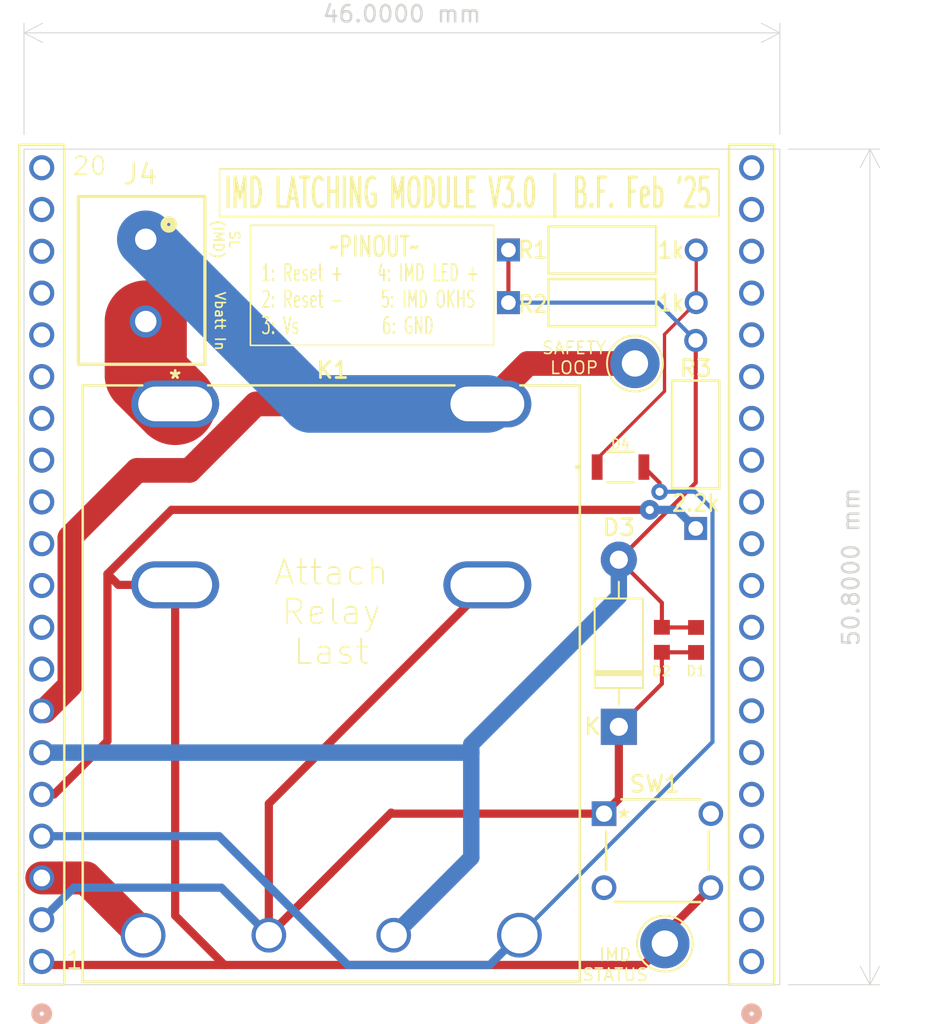
<source format=kicad_pcb>
(kicad_pcb (version 20240108) (generator "pcbnew") (generator_version "8.0")
  (layers (0 "F.Cu" signal) (31 "B.Cu" signal) (34 "B.Paste" user) (35 "F.Paste" user) (36 "B.SilkS" user "B.Silkscreen") (37 "F.SilkS" user "F.Silkscreen") (38 "B.Mask" user) (39 "F.Mask" user) (44 "Edge.Cuts" user))
  (net 0 "")
  (net 1 "/GND")
  (net 2 "Net-(D1-K)")
  (net 3 "Net-(D4-A)")
  (net 4 "/Vs")
  (net 5 "Net-(D4-K)")
  (net 11 "Net-(J3-Pad1)")
  (net 18 "Net-(J3-Pad7)")
  (net 21 "Net-(J4-Pad2)")
  (footprint "RMCF0603FT1K00:RESC1508X55N" (layer "F.Cu") (at 90.62 79.51 90)
    (property "Reference" "D1" (at -1.89 0 180) (layer "F.SilkS") (effects (font (size 0.6 0.6) (thickness 0.1) (bold yes))))
    (property "Value" "D_Zener")
    (pad "1" smd rect (at -0.76 0 90) (size 0.9 0.97) (layers "F.Cu" "F.Paste" "F.Mask") (net 2 "Net-(D1-K)"))
    (pad "2" smd rect (at 0.76 0 90) (size 0.9 0.97) (layers "F.Cu" "F.Paste" "F.Mask") (net 1 "/GND"))
  )
  (footprint "RMCF0603FT1K00:RESC1508X55N" (layer "F.Cu") (at 88.54 79.5 90)
    (property "Reference" "D2" (at -1.9 -0.02 180) (layer "F.SilkS") (effects (font (size 0.6 0.6) (thickness 0.1) (bold yes))))
    (property "Value" "D_Zener")
    (pad "1" smd rect (at -0.76 0 90) (size 0.9 0.97) (layers "F.Cu" "F.Paste" "F.Mask") (net 2 "Net-(D1-K)"))
    (pad "2" smd rect (at 0.76 0 90) (size 0.9 0.97) (layers "F.Cu" "F.Paste" "F.Mask") (net 1 "/GND"))
  )
  (footprint "TestPoint:TestPoint_Loop_D2.60mm_Drill1.6mm_Beaded" (layer "F.Cu") (at 86.9 62.7)
    (property "Reference" "TP2" (hide yes))
    (property "Value" "TestPoint")
    (fp_circle (center 0 0) (end 1.7 0) (stroke (width 0.12)) (fill none) (layer "F.SilkS"))
    (pad "1" thru_hole circle (at 0 0) (size 3 3) (drill 1.6) (layers "*.Cu" "*.Mask") (net 18 "Net-(J3-Pad7)"))
  )
  (footprint "PH1-20-UA:CONN_PH1-20-UA_ADM" (layer "F.Cu") (at 50.8 99.06 90)
    (property "Reference" "J3" (hide yes))
    (property "Value" "PH1-20-UA")
    (fp_circle (center -3.175 0) (end -2.794 0) (stroke (width 0.508)) (fill none) (layer "B.SilkS"))
    (fp_line (start 49.657 -1.3716) (end -1.397 -1.3716) (stroke (width 0.1524)) (layer "F.SilkS"))
    (fp_line (start -1.397 -1.3716) (end -1.397 1.3716) (stroke (width 0.1524)) (layer "F.SilkS"))
    (fp_line (start 49.657 1.3716) (end 49.657 -1.3716) (stroke (width 0.1524)) (layer "F.SilkS"))
    (fp_line (start -1.397 1.3716) (end 49.657 1.3716) (stroke (width 0.1524)) (layer "F.SilkS"))
    (fp_circle (center -3.175 0) (end -2.794 0) (stroke (width 0.508)) (fill none) (layer "F.SilkS"))
    (pad "1" thru_hole circle (at 0 0 90) (size 1.524 1.524) (drill 1.016) (layers "*.Cu" "*.Mask") (net 11 "Net-(J3-Pad1)"))
    (pad "2" thru_hole circle (at 2.54 0 90) (size 1.524 1.524) (drill 1.016) (layers "*.Cu" "*.Mask") (net 2 "Net-(D1-K)"))
    (pad "3" thru_hole circle (at 5.08 0 90) (size 1.524 1.524) (drill 1.016) (layers "*.Cu" "*.Mask") (net 4 "/Vs"))
    (pad "4" thru_hole circle (at 7.62 0 90) (size 1.524 1.524) (drill 1.016) (layers "*.Cu" "*.Mask") (net 3 "Net-(D4-A)"))
    (pad "5" thru_hole circle (at 10.16 0 90) (size 1.524 1.524) (drill 1.016) (layers "*.Cu" "*.Mask") (net 11 "Net-(J3-Pad1)"))
    (pad "6" thru_hole circle (at 12.7 0 90) (size 1.524 1.524) (drill 1.016) (layers "*.Cu" "*.Mask") (net 1 "/GND"))
    (pad "7" thru_hole circle (at 15.24 0 90) (size 1.524 1.524) (drill 1.016) (layers "*.Cu" "*.Mask") (net 18 "Net-(J3-Pad7)"))
    (pad "8" thru_hole circle (at 17.78 0 90) (size 1.524 1.524) (drill 1.016) (layers "*.Cu" "*.Mask"))
    (pad "9" thru_hole circle (at 20.32 0 90) (size 1.524 1.524) (drill 1.016) (layers "*.Cu" "*.Mask"))
    (pad "10" thru_hole circle (at 22.86 0 90) (size 1.524 1.524) (drill 1.016) (layers "*.Cu" "*.Mask"))
    (pad "11" thru_hole circle (at 25.4 0 90) (size 1.524 1.524) (drill 1.016) (layers "*.Cu" "*.Mask"))
    (pad "12" thru_hole circle (at 27.94 0 90) (size 1.524 1.524) (drill 1.016) (layers "*.Cu" "*.Mask"))
    (pad "13" thru_hole circle (at 30.48 0 90) (size 1.524 1.524) (drill 1.016) (layers "*.Cu" "*.Mask"))
    (pad "14" thru_hole circle (at 33.02 0 90) (size 1.524 1.524) (drill 1.016) (layers "*.Cu" "*.Mask"))
    (pad "15" thru_hole circle (at 35.56 0 90) (size 1.524 1.524) (drill 1.016) (layers "*.Cu" "*.Mask"))
    (pad "16" thru_hole circle (at 38.1 0 90) (size 1.524 1.524) (drill 1.016) (layers "*.Cu" "*.Mask"))
    (pad "17" thru_hole circle (at 40.64 0 90) (size 1.524 1.524) (drill 1.016) (layers "*.Cu" "*.Mask"))
    (pad "18" thru_hole circle (at 43.18 0 90) (size 1.524 1.524) (drill 1.016) (layers "*.Cu" "*.Mask"))
    (pad "19" thru_hole circle (at 45.72 0 90) (size 1.524 1.524) (drill 1.016) (layers "*.Cu" "*.Mask"))
    (pad "20" thru_hole circle (at 48.26 0 90) (size 1.524 1.524) (drill 1.016) (layers "*.Cu" "*.Mask"))
  )
  (footprint "1825910-6:SW4_1825910-B_TEC" (layer "F.Cu") (at 91.52 94.570001)
    (property "Reference" "SW1" (at -3.42 -6.300001 0) (layer "F.SilkS"))
    (property "Value" "Test Reset IMD")
    (fp_line (start -6.3742 -3.417961) (end -6.3742 -1.074702) (stroke (width 0.1524)) (layer "F.SilkS"))
    (fp_line (start -5.86236 0.874199) (end -0.63764 0.874199) (stroke (width 0.1524)) (layer "F.SilkS"))
    (fp_line (start -0.63764 -5.374201) (end -5.442292 -5.374201) (stroke (width 0.1524)) (layer "F.SilkS"))
    (fp_line (start -0.1258 -1.074702) (end -0.1258 -3.425299) (stroke (width 0.1524)) (layer "F.SilkS"))
    (fp_text user "*" (at -5.3 -4.200001 0) (layer "F.SilkS"))
    (pad "1" thru_hole rect (at -6.500001 -4.500001) (size 1.4986 1.4986) (drill 0.9906) (layers "*.Cu" "*.Mask") (net 2 "Net-(D1-K)"))
    (pad "2" thru_hole circle (at 0 -4.500001) (size 1.4986 1.4986) (drill 0.9906) (layers "*.Cu" "*.Mask") (net 11 "Net-(J3-Pad1)"))
    (pad "3" thru_hole circle (at -6.500001 0) (size 1.4986 1.4986) (drill 0.9906) (layers "*.Cu" "*.Mask"))
    (pad "4" thru_hole circle (at 0 0) (size 1.4986 1.4986) (drill 0.9906) (layers "*.Cu" "*.Mask"))
  )
  (footprint "AP3216SYD:LED_AP3216SYD_KNB-L" (layer "F.Cu") (at 86.0224 69)
    (property "Reference" "D4" (at 0 -1.3924 0) (layer "F.SilkS") (effects (font (size 0.6 0.6) (thickness 0.1) (bold yes))))
    (property "Value" "LED (Test)")
    (fp_line (start -0.796413 0.9271) (end 0.796413 0.9271) (stroke (width 0.1524)) (layer "F.SilkS"))
    (fp_line (start 0.796413 -0.9271) (end -0.796413 -0.9271) (stroke (width 0.1524)) (layer "F.SilkS"))
    (fp_circle (center -2.6416 0) (end -2.5654 0) (stroke (width 0.1524)) (fill none) (layer "F.SilkS"))
    (pad "1" smd rect (at -1.4224 0) (size 0.6604 1.5494) (layers "F.Cu" "F.Paste" "F.Mask") (net 5 "Net-(D4-K)"))
    (pad "2" smd rect (at 1.4224 0) (size 0.6604 1.5494) (layers "F.Cu" "F.Paste" "F.Mask") (net 3 "Net-(D4-A)"))
  )
  (footprint "AHES4291:AHES4_PAN" (layer "F.Cu") (at 58.919999 65.159998)
    (property "Reference" "K1" (at 9.580001 -2.059998 0) (layer "F.SilkS") (effects (font (thickness 0.17) (bold yes))))
    (property "Value" "AHES4291")
    (fp_line (start -5.6257 -1.126999) (end -5.6257 35.118801) (stroke (width 0.1524)) (layer "F.SilkS"))
    (fp_line (start -5.6257 35.118801) (end 24.6257 35.118801) (stroke (width 0.1524)) (layer "F.SilkS"))
    (fp_line (start -2.002004 -1.126999) (end -5.6257 -1.126999) (stroke (width 0.1524)) (layer "F.SilkS"))
    (fp_line (start 16.997994 -1.126999) (end 2.002006 -1.126999) (stroke (width 0.1524)) (layer "F.SilkS"))
    (fp_line (start 24.6257 -1.126999) (end 21.002004 -1.126999) (stroke (width 0.1524)) (layer "F.SilkS"))
    (fp_line (start 24.6257 35.118801) (end 24.6257 -1.126999) (stroke (width 0.1524)) (layer "F.SilkS"))
    (fp_text user "*" (at 0.000001 -1.489998 0) (layer "F.SilkS") (effects (font (thickness 0.17))))
    (pad "1" thru_hole oval (at 0.000001 0.000001) (size 5.35 2.85) (drill oval 4.4958 2.1082) (layers "*.Cu" "*.Mask") (net 21 "Net-(J4-Pad2)"))
    (pad "2" thru_hole oval (at 0.000001 11.000002) (size 5.35 2.85) (drill oval 4.4958 2.1082) (layers "*.Cu" "*.Mask") (net 11 "Net-(J3-Pad1)"))
    (pad "3" thru_hole circle (at -1.949999 32.300002) (size 2.7178 2.7178) (drill 2.2098) (layers "*.Cu" "*.Mask") (net 4 "/Vs"))
    (pad "4" thru_hole circle (at 5.700001 32.300002) (size 2.1082 2.1082) (drill 1.6002) (layers "*.Cu" "*.Mask") (net 2 "Net-(D1-K)"))
    (pad "5" thru_hole circle (at 13.300001 32.300002) (size 2.1082 2.1082) (drill 1.6002) (layers "*.Cu" "*.Mask") (net 1 "/GND"))
    (pad "6" thru_hole circle (at 20.950001 32.300002) (size 2.7178 2.7178) (drill 2.2098) (layers "*.Cu" "*.Mask") (net 3 "Net-(D4-A)"))
    (pad "7" thru_hole oval (at 18.999999 11.000002) (size 5.35 2.85) (drill oval 4.4958 2.1082) (layers "*.Cu" "*.Mask") (net 2 "Net-(D1-K)"))
    (pad "8" thru_hole oval (at 18.999999 0.000001) (size 5.35 2.85) (drill oval 4.4958 2.1082) (layers "*.Cu" "*.Mask") (net 18 "Net-(J3-Pad7)"))
  )
  (footprint "CF14JT10K0:STA_CF14_STP" (layer "F.Cu") (at 79.2 59)
    (property "Reference" "R2" (at 1.5 0.1 0) (layer "F.SilkS") (effects (font (size 1 0.9))))
    (property "Value" "1k")
    (fp_line (start 2.4384 -1.4351) (end 2.4384 1.4351) (stroke (width 0.1524)) (layer "F.SilkS"))
    (fp_line (start 2.4384 1.4351) (end 8.9916 1.4351) (stroke (width 0.1524)) (layer "F.SilkS"))
    (fp_line (start 8.9916 -1.4351) (end 2.4384 -1.4351) (stroke (width 0.1524)) (layer "F.SilkS"))
    (fp_line (start 8.9916 1.4351) (end 8.9916 -1.4351) (stroke (width 0.1524)) (layer "F.SilkS"))
    (pad "1" thru_hole rect (at 0 0) (size 1.397 1.397) (drill 0.889) (layers "*.Cu" "*.Mask") (net 1 "/GND"))
    (pad "2" thru_hole circle (at 11.43 0) (size 1.397 1.397) (drill 0.889) (layers "*.Cu" "*.Mask") (net 5 "Net-(D4-K)"))
  )
  (footprint "691137710002:691137710002" (layer "F.Cu") (at 57.13 57.65 -90)
    (property "Reference" "J4" (at -6.45 0.33 180) (layer "F.SilkS") (effects (font (size 1.2 1.2))))
    (property "Value" "691137710002")
    (property "VALUE" "691137710002" (hide yes))
    (fp_line (start -5.1 4.1) (end -5.1 -3.6) (stroke (width 0.2)) (layer "F.SilkS"))
    (fp_line (start 5.1 4.1) (end -5.1 4.1) (stroke (width 0.2)) (layer "F.SilkS"))
    (fp_line (start -5.1 -3.6) (end 5.1 -3.6) (stroke (width 0.2)) (layer "F.SilkS"))
    (fp_line (start 5.1 -3.6) (end 5.1 4.1) (stroke (width 0.2)) (layer "F.SilkS"))
    (fp_circle (center -3.4 -1.4) (end -3.3 -1.4) (stroke (width 0.4)) (fill none) (layer "F.SilkS"))
    (pad "1" thru_hole circle (at -2.5 0 270) (size 1.95 1.95) (drill 1.3) (layers "*.Cu" "*.Mask") (net 18 "Net-(J3-Pad7)"))
    (pad "2" thru_hole circle (at 2.5 0 270) (size 1.95 1.95) (drill 1.3) (layers "*.Cu" "*.Mask") (net 21 "Net-(J4-Pad2)"))
  )
  (footprint "TestPoint:TestPoint_Loop_D2.60mm_Drill1.6mm_Beaded" (layer "F.Cu") (at 88.72 97.97)
    (property "Reference" "TP1" (hide yes))
    (property "Value" "TestPoint")
    (fp_circle (center 0 0) (end 1.7 0) (stroke (width 0.12)) (fill none) (layer "F.SilkS"))
    (pad "1" thru_hole circle (at 0 0) (size 3 3) (drill 1.6) (layers "*.Cu" "*.Mask") (net 11 "Net-(J3-Pad1)"))
  )
  (footprint "CF14JT10K0:STA_CF14_STP" (layer "F.Cu") (at 79.2 55.8)
    (property "Reference" "R1" (at 1.5 0 0) (layer "F.SilkS") (effects (font (size 1 0.9))))
    (property "Value" "1k")
    (fp_line (start 2.4384 -1.4351) (end 2.4384 1.4351) (stroke (width 0.1524)) (layer "F.SilkS"))
    (fp_line (start 2.4384 1.4351) (end 8.9916 1.4351) (stroke (width 0.1524)) (layer "F.SilkS"))
    (fp_line (start 8.9916 -1.4351) (end 2.4384 -1.4351) (stroke (width 0.1524)) (layer "F.SilkS"))
    (fp_line (start 8.9916 1.4351) (end 8.9916 -1.4351) (stroke (width 0.1524)) (layer "F.SilkS"))
    (pad "1" thru_hole rect (at 0 0) (size 1.397 1.397) (drill 0.889) (layers "*.Cu" "*.Mask") (net 1 "/GND"))
    (pad "2" thru_hole circle (at 11.43 0) (size 1.397 1.397) (drill 0.889) (layers "*.Cu" "*.Mask") (net 5 "Net-(D4-K)"))
  )
  (footprint "PH1-20-UA:CONN_PH1-20-UA_ADM" (layer "F.Cu") (at 94 99.06 90)
    (property "Reference" "J2" (hide yes))
    (property "Value" "PH1-20-UA")
    (fp_circle (center -3.175 0) (end -2.794 0) (stroke (width 0.508)) (fill none) (layer "B.SilkS"))
    (fp_line (start 49.657 -1.3716) (end -1.397 -1.3716) (stroke (width 0.1524)) (layer "F.SilkS"))
    (fp_line (start -1.397 -1.3716) (end -1.397 1.3716) (stroke (width 0.1524)) (layer "F.SilkS"))
    (fp_line (start 49.657 1.3716) (end 49.657 -1.3716) (stroke (width 0.1524)) (layer "F.SilkS"))
    (fp_line (start -1.397 1.3716) (end 49.657 1.3716) (stroke (width 0.1524)) (layer "F.SilkS"))
    (fp_circle (center -3.175 0) (end -2.794 0) (stroke (width 0.508)) (fill none) (layer "F.SilkS"))
    (pad "1" thru_hole circle (at 0 0 90) (size 1.524 1.524) (drill 1.016) (layers "*.Cu" "*.Mask"))
    (pad "2" thru_hole circle (at 2.54 0 90) (size 1.524 1.524) (drill 1.016) (layers "*.Cu" "*.Mask"))
    (pad "3" thru_hole circle (at 5.08 0 90) (size 1.524 1.524) (drill 1.016) (layers "*.Cu" "*.Mask"))
    (pad "4" thru_hole circle (at 7.62 0 90) (size 1.524 1.524) (drill 1.016) (layers "*.Cu" "*.Mask"))
    (pad "5" thru_hole circle (at 10.16 0 90) (size 1.524 1.524) (drill 1.016) (layers "*.Cu" "*.Mask"))
    (pad "6" thru_hole circle (at 12.7 0 90) (size 1.524 1.524) (drill 1.016) (layers "*.Cu" "*.Mask"))
    (pad "7" thru_hole circle (at 15.24 0 90) (size 1.524 1.524) (drill 1.016) (layers "*.Cu" "*.Mask"))
    (pad "8" thru_hole circle (at 17.78 0 90) (size 1.524 1.524) (drill 1.016) (layers "*.Cu" "*.Mask"))
    (pad "9" thru_hole circle (at 20.32 0 90) (size 1.524 1.524) (drill 1.016) (layers "*.Cu" "*.Mask"))
    (pad "10" thru_hole circle (at 22.86 0 90) (size 1.524 1.524) (drill 1.016) (layers "*.Cu" "*.Mask"))
    (pad "11" thru_hole circle (at 25.4 0 90) (size 1.524 1.524) (drill 1.016) (layers "*.Cu" "*.Mask"))
    (pad "12" thru_hole circle (at 27.94 0 90) (size 1.524 1.524) (drill 1.016) (layers "*.Cu" "*.Mask"))
    (pad "13" thru_hole circle (at 30.48 0 90) (size 1.524 1.524) (drill 1.016) (layers "*.Cu" "*.Mask"))
    (pad "14" thru_hole circle (at 33.02 0 90) (size 1.524 1.524) (drill 1.016) (layers "*.Cu" "*.Mask"))
    (pad "15" thru_hole circle (at 35.56 0 90) (size 1.524 1.524) (drill 1.016) (layers "*.Cu" "*.Mask"))
    (pad "16" thru_hole circle (at 38.1 0 90) (size 1.524 1.524) (drill 1.016) (layers "*.Cu" "*.Mask"))
    (pad "17" thru_hole circle (at 40.64 0 90) (size 1.524 1.524) (drill 1.016) (layers "*.Cu" "*.Mask"))
    (pad "18" thru_hole circle (at 43.18 0 90) (size 1.524 1.524) (drill 1.016) (layers "*.Cu" "*.Mask"))
    (pad "19" thru_hole circle (at 45.72 0 90) (size 1.524 1.524) (drill 1.016) (layers "*.Cu" "*.Mask"))
    (pad "20" thru_hole circle (at 48.26 0 90) (size 1.524 1.524) (drill 1.016) (layers "*.Cu" "*.Mask"))
  )
  (footprint "Diode_THT:D_DO-41_SOD81_P10.16mm_Horizontal" (layer "F.Cu") (at 85.92 84.79 90)
    (property "Reference" "D3" (at 12.12 0 0) (layer "F.SilkS"))
    (property "Value" "1N4001")
    (fp_line (start 7.8 -1.47) (end 2.36 -1.47) (stroke (width 0.12)) (layer "F.SilkS"))
    (fp_line (start 3.38 -1.47) (end 3.38 1.47) (stroke (width 0.12)) (layer "F.SilkS"))
    (fp_line (start 3.26 -1.47) (end 3.26 1.47) (stroke (width 0.12)) (layer "F.SilkS"))
    (fp_line (start 3.14 -1.47) (end 3.14 1.47) (stroke (width 0.12)) (layer "F.SilkS"))
    (fp_line (start 2.36 -1.47) (end 2.36 1.47) (stroke (width 0.12)) (layer "F.SilkS"))
    (fp_line (start 8.82 0) (end 7.8 0) (stroke (width 0.12)) (layer "F.SilkS"))
    (fp_line (start 1.34 0) (end 2.36 0) (stroke (width 0.12)) (layer "F.SilkS"))
    (fp_line (start 7.8 1.47) (end 7.8 -1.47) (stroke (width 0.12)) (layer "F.SilkS"))
    (fp_line (start 2.36 1.47) (end 7.8 1.47) (stroke (width 0.12)) (layer "F.SilkS"))
    (fp_text user "K" (at 0.02 -1.6 180) (layer "F.SilkS"))
    (pad "1" thru_hole rect (at 0 0 90) (size 2.2 2.2) (drill 1.1) (layers "*.Cu" "*.Mask") (net 2 "Net-(D1-K)"))
    (pad "2" thru_hole oval (at 10.16 0 90) (size 2.2 2.2) (drill 1.1) (layers "*.Cu" "*.Mask") (net 1 "/GND"))
  )
  (footprint "CF14JT10K0:STA_CF14_STP" (layer "F.Cu") (at 90.6 72.73 90)
    (property "Reference" "R3" (at 9.73 0 0) (layer "F.SilkS"))
    (property "Value" "2.2k")
    (fp_line (start 8.9916 -1.4351) (end 2.4384 -1.4351) (stroke (width 0.1524)) (layer "F.SilkS"))
    (fp_line (start 2.4384 -1.4351) (end 2.4384 1.4351) (stroke (width 0.1524)) (layer "F.SilkS"))
    (fp_line (start 8.9916 1.4351) (end 8.9916 -1.4351) (stroke (width 0.1524)) (layer "F.SilkS"))
    (fp_line (start 2.4384 1.4351) (end 8.9916 1.4351) (stroke (width 0.1524)) (layer "F.SilkS"))
    (pad "1" thru_hole rect (at 0 0 90) (size 1.397 1.397) (drill 0.889) (layers "*.Cu" "*.Mask") (net 11 "Net-(J3-Pad1)"))
    (pad "2" thru_hole circle (at 11.43 0 90) (size 1.397 1.397) (drill 0.889) (layers "*.Cu" "*.Mask") (net 1 "/GND"))
  )
  (gr_rect (start 61.62 50.87) (end 92.02 53.77) (stroke (width 0.1)) (fill none) (layer "F.SilkS"))
  (gr_rect (start 63.5 54.3) (end 78.3 61.6) (stroke (width 0.1)) (fill none) (layer "F.SilkS"))
  (gr_rect (start 49.72 49.67) (end 95.72 100.47) (stroke (width 0.05)) (fill none) (layer "Edge.Cuts"))
  (gr_text "2.2k" (at 90.6 71.2 0) (layer "F.SilkS") (effects (font (size 1 0.9))))
  (gr_text "Attach\nRelay\nLast" (at 68.419999 81.1 0) (layer "F.SilkS") (effects (font (size 1.5 1.5) (thickness 0.1)) (justify bottom)))
  (gr_text "1: Reset +	4: IMD LED +\n2: Reset -     5: IMD OKHS\n3: Vs           6: GND\n" (at 64.1 61 0) (layer "F.SilkS") (effects (font (size 1 0.6) (thickness 0.1)) (justify left bottom)))
  (gr_text "IMD LATCHING MODULE V3.0 | B.F. Feb '25" (at 61.8 53.4 0) (layer "F.SilkS") (effects (font (size 1.8 0.9) (thickness 0.1875) (bold yes)) (justify left bottom)))
  (gr_text "20" (at 52.6 51.3395 0) (layer "F.SilkS") (effects (font (size 1.1 1.1) (thickness 0.1)) (justify left bottom)))
  (gr_text "SL\n(IMD)" (at 61.2 55.15 270) (layer "F.SilkS") (effects (font (size 0.6 0.6) (thickness 0.1)) (justify bottom)))
  (gr_text "1k" (at 88.2 56.4 0) (layer "F.SilkS") (effects (font (size 1 0.9) (thickness 0.15) (bold yes)) (justify left bottom)))
  (gr_text "IMD\nSTATUS" (at 85.7 100.3 0) (layer "F.SilkS") (effects (font (size 0.75 0.75) (thickness 0.1)) (justify bottom)))
  (gr_text "1k" (at 88.2 59.6 0) (layer "F.SilkS") (effects (font (size 1 0.9) (thickness 0.15) (bold yes)) (justify left bottom)))
  (gr_text "~PINOUT~" (at 68.221192 56.3 0) (layer "F.SilkS") (effects (font (size 1.2 0.8) (thickness 0.15) (bold yes)) (justify left bottom)))
  (gr_text "1" (at 52.2 99.5995 0) (layer "F.SilkS") (effects (font (size 1.1 1.1) (thickness 0.1)) (justify left bottom)))
  (gr_text "Vbatt In" (at 61.3 58.274286 270) (layer "F.SilkS") (effects (font (size 0.6 0.6) (thickness 0.1)) (justify left bottom)))
  (gr_text "SAFETY\nLOOP" (at 83.2 63.4 0) (layer "F.SilkS") (effects (font (size 0.75 0.75) (thickness 0.1)) (justify bottom)))
  (dimension (type aligned) (layer "Edge.Cuts") (pts (xy 95.72 49.67) (xy 95.72 100.47)) (height -5.48) (gr_text "50.8000 mm" (at 100.05 75.07 90) (layer "Edge.Cuts") (effects (font (size 1 1) (thickness 0.15)))) (format (prefix "") (suffix "") (units 3) (units_format 1) (precision 4)) (style (thickness 0.05) (arrow_length 1.27) (text_position_mode 0) (extension_height 0.58642) (extension_offset 0.5) keep_text_aligned))
  (dimension (type aligned) (layer "Edge.Cuts") (pts (xy 49.72 49.27) (xy 95.72 49.27)) (height -6.67) (gr_text "46.0000 mm" (at 72.72 41.45 0) (layer "Edge.Cuts") (effects (font (size 1 1) (thickness 0.15)))) (format (prefix "") (suffix "") (units 3) (units_format 1) (precision 4)) (style (thickness 0.05) (arrow_length 1.27) (text_position_mode 0) (extension_height 0.58642) (extension_offset 0.5) keep_text_aligned))
  (segment (start 88.54 77.25) (end 85.92 74.63) (width 0.25) (layer "F.Cu") (net 1))
  (segment (start 90.62 78.75) (end 88.55 78.75) (width 0.25) (layer "F.Cu") (net 1))
  (segment (start 88.55 78.75) (end 88.54 78.74) (width 0.25) (layer "F.Cu") (net 1))
  (segment (start 79.2 59) (end 79.2 55.8) (width 0.25) (layer "F.Cu") (net 1))
  (segment (start 90.6 69.95) (end 90.6 61.3) (width 0.25) (layer "F.Cu") (net 1))
  (segment (start 88.54 78.74) (end 88.54 77.25) (width 0.25) (layer "F.Cu") (net 1))
  (segment (start 85.92 74.63) (end 90.6 69.95) (width 0.25) (layer "F.Cu") (net 1))
  (segment (start 85.92 76.87) (end 85.92 74.63) (width 1) (layer "B.Cu") (net 1))
  (segment (start 88.3 59) (end 79.2 59) (width 0.25) (layer "B.Cu") (net 1))
  (segment (start 76.94 86.36) (end 76.94 85.85) (width 1) (layer "B.Cu") (net 1))
  (segment (start 90.6 61.3) (end 88.3 59) (width 0.25) (layer "B.Cu") (net 1))
  (segment (start 76.94 86.36) (end 76.94 92.74) (width 1) (layer "B.Cu") (net 1))
  (segment (start 76.94 92.74) (end 72.22 97.46) (width 1) (layer "B.Cu") (net 1))
  (segment (start 76.94 85.85) (end 85.92 76.87) (width 1) (layer "B.Cu") (net 1))
  (segment (start 76.94 86.36) (end 50.8 86.36) (width 1) (layer "B.Cu") (net 1))
  (segment (start 85.92 84.79) (end 85.92 89.169999) (width 0.5) (layer "F.Cu") (net 2))
  (segment (start 72.069401 90.010599) (end 72.128802 90.07) (width 0.5) (layer "F.Cu") (net 2))
  (segment (start 88.54 80.26) (end 90.61 80.26) (width 0.25) (layer "F.Cu") (net 2))
  (segment (start 88.54 82.17) (end 85.92 84.79) (width 0.25) (layer "F.Cu") (net 2))
  (segment (start 88.54 80.26) (end 88.54 82.17) (width 0.25) (layer "F.Cu") (net 2))
  (segment (start 64.62 97.46) (end 64.62 89.459998) (width 0.5) (layer "F.Cu") (net 2))
  (segment (start 85.92 89.169999) (end 85.019999 90.07) (width 0.5) (layer "F.Cu") (net 2))
  (segment (start 64.62 89.459998) (end 77.919998 76.16) (width 0.5) (layer "F.Cu") (net 2))
  (segment (start 90.61 80.26) (end 90.62 80.27) (width 0.5) (layer "F.Cu") (net 2))
  (segment (start 64.62 97.46) (end 72.069401 90.010599) (width 0.5) (layer "F.Cu") (net 2))
  (segment (start 72.128802 90.07) (end 85.019999 90.07) (width 0.5) (layer "F.Cu") (net 2))
  (segment (start 61.73 94.57) (end 52.75 94.57) (width 0.5) (layer "B.Cu") (net 2))
  (segment (start 64.62 97.46) (end 61.73 94.57) (width 0.5) (layer "B.Cu") (net 2))
  (segment (start 52.75 94.57) (end 50.8 96.52) (width 0.5) (layer "B.Cu") (net 2))
  (segment (start 88.4 70.5) (end 88.4 69.9552) (width 0.25) (layer "F.Cu") (net 3))
  (segment (start 88.4 69.9552) (end 87.4448 69) (width 0.25) (layer "F.Cu") (net 3))
  (via (at 88.4 70.5) (size 1) (drill 0.5) (layers "F.Cu" "B.Cu") (net 3))
  (segment (start 91.62 85.71) (end 79.87 97.46) (width 0.25) (layer "B.Cu") (net 3))
  (segment (start 90.55 70.5) (end 88.4 70.5) (width 0.25) (layer "B.Cu") (net 3))
  (segment (start 79.87 97.46) (end 79.87 96.44) (width 0.25) (layer "B.Cu") (net 3))
  (segment (start 91.62 71.57) (end 91.62 85.71) (width 0.25) (layer "B.Cu") (net 3))
  (segment (start 50.8 91.44) (end 61.59 91.44) (width 0.5) (layer "B.Cu") (net 3))
  (segment (start 91.62 71.57) (end 90.55 70.5) (width 0.25) (layer "B.Cu") (net 3))
  (segment (start 78.06 99.27) (end 79.87 97.46) (width 0.5) (layer "B.Cu") (net 3))
  (segment (start 61.59 91.44) (end 69.42 99.27) (width 0.5) (layer "B.Cu") (net 3))
  (segment (start 69.42 99.27) (end 78.06 99.27) (width 0.5) (layer "B.Cu") (net 3))
  (segment (start 53.49 93.98) (end 50.8 93.98) (width 2) (layer "F.Cu") (net 4))
  (segment (start 56.97 97.46) (end 53.49 93.98) (width 2) (layer "F.Cu") (net 4))
  (segment (start 88.7 60.93) (end 88.7 64.390278) (width 0.2) (layer "F.Cu") (net 5))
  (segment (start 88.7 64.390278) (end 84.6 68.490278) (width 0.2) (layer "F.Cu") (net 5))
  (segment (start 84.6 68.490278) (end 84.6 69) (width 0.2) (layer "F.Cu") (net 5))
  (segment (start 90.63 55.8) (end 90.63 59) (width 0.2) (layer "F.Cu") (net 5))
  (segment (start 90.63 59) (end 88.7 60.93) (width 0.2) (layer "F.Cu") (net 5))
  (segment (start 88.72 97.97) (end 88.72 97.370001) (width 0.5) (layer "F.Cu") (net 11))
  (segment (start 61.92 99.27) (end 87.42 99.27) (width 0.5) (layer "F.Cu") (net 11))
  (segment (start 54.8 75.5) (end 55.46 76.16) (width 0.5) (layer "F.Cu") (net 11))
  (segment (start 87.42 99.27) (end 88.72 97.97) (width 0.5) (layer "F.Cu") (net 11))
  (segment (start 88.72 97.370001) (end 91.52 94.570001) (width 0.5) (layer "F.Cu") (net 11))
  (segment (start 54.8 85.65) (end 54.8 75.5) (width 0.5) (layer "F.Cu") (net 11))
  (segment (start 50.8 88.9) (end 51.55 88.9) (width 0.5) (layer "F.Cu") (net 11))
  (segment (start 58.92 76.16) (end 58.92 96.27) (width 0.5) (layer "F.Cu") (net 11))
  (segment (start 51.55 88.9) (end 54.8 85.65) (width 0.5) (layer "F.Cu") (net 11))
  (segment (start 54.8 75.5) (end 58.7 71.6) (width 0.5) (layer "F.Cu") (net 11))
  (segment (start 61.92 99.27) (end 51.01 99.27) (width 0.5) (layer "F.Cu") (net 11))
  (segment (start 58.7 71.6) (end 87.8 71.6) (width 0.5) (layer "F.Cu") (net 11))
  (segment (start 58.92 96.27) (end 61.92 99.27) (width 0.5) (layer "F.Cu") (net 11))
  (segment (start 51.01 99.27) (end 50.8 99.06) (width 0.5) (layer "F.Cu") (net 11))
  (segment (start 55.46 76.16) (end 58.92 76.16) (width 0.5) (layer "F.Cu") (net 11))
  (via (at 87.8 71.6) (size 1.2) (drill 0.5) (layers "F.Cu" "B.Cu") (net 11))
  (segment (start 89.47 71.6) (end 90.6 72.73) (width 0.5) (layer "B.Cu") (net 11))
  (segment (start 87.8 71.6) (end 89.47 71.6) (width 0.5) (layer "B.Cu") (net 11))
  (segment (start 80.379997 62.7) (end 86.9 62.7) (width 1.5) (layer "F.Cu") (net 18))
  (segment (start 59.79 69.2) (end 56.6 69.2) (width 1.5) (layer "F.Cu") (net 18))
  (segment (start 52.512 82.278) (end 50.97 83.82) (width 1.5) (layer "F.Cu") (net 18))
  (segment (start 56.6 69.2) (end 52.512 73.288) (width 1.5) (layer "F.Cu") (net 18))
  (segment (start 77.919998 65.159999) (end 63.830001 65.159999) (width 1.5) (layer "F.Cu") (net 18))
  (segment (start 77.919998 65.159999) (end 80.379997 62.7) (width 1.5) (layer "F.Cu") (net 18))
  (segment (start 52.512 73.288) (end 52.512 82.278) (width 1.5) (layer "F.Cu") (net 18))
  (segment (start 63.830001 65.159999) (end 59.79 69.2) (width 1.5) (layer "F.Cu") (net 18))
  (segment (start 67.139999 65.159999) (end 57.13 55.15) (width 3.5) (layer "B.Cu") (net 18))
  (segment (start 77.919998 65.159999) (end 67.139999 65.159999) (width 3.5) (layer "B.Cu") (net 18))
  (segment (start 57.13 63.369999) (end 58.92 65.159999) (width 5) (layer "F.Cu") (net 21))
  (segment (start 57.13 60.15) (end 57.13 63.369999) (width 5) (layer "F.Cu") (net 21))
)
</source>
